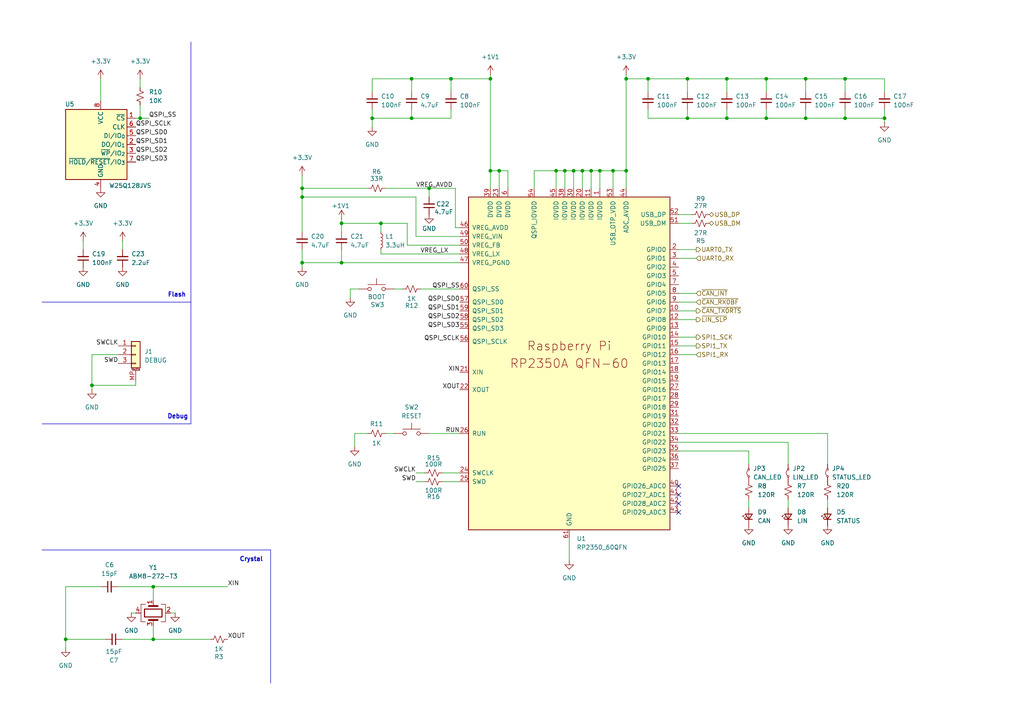
<source format=kicad_sch>
(kicad_sch (version 20250114) (generator "eeschema") (generator_version "9.0")
  (paper "A4")
  (title_block (title "LINBoard") (date "2025-07-11") (rev "V1") (company "Dingo Electronics") (comment 1 "Cory Grant"))
  (lib_symbols
    (symbol "Connector_Generic_MountingPin:Conn_01x03_MountingPin" (pin_names (offset 1.016) (hide yes))
      (property "Reference" "J" (at 0 5.08 0))
      (property "Value" "Conn_01x03_MountingPin" (at 1.27 -5.08 0))
      (symbol "Conn_01x03_MountingPin_1_1"
        (rectangle (start -1.27 3.81) (end 1.27 -3.81) (stroke (width 0.254)) (fill (type background)))
        (rectangle (start -1.27 2.667) (end 0 2.413) (stroke (width 0.1524)))
        (rectangle (start -1.27 0.127) (end 0 -0.127) (stroke (width 0.1524)))
        (rectangle (start -1.27 -2.413) (end 0 -2.667) (stroke (width 0.1524)))
        (polyline (pts (xy -1.016 -4.572) (xy 1.016 -4.572)) (stroke (width 0.1524)))
        (text "Mounting" (at 0 -4.191 0) (effects (font (size 0.381 0.381))))
        (pin passive line (at -5.08 2.54 0) (length 3.81) (name "Pin_1") (number "1"))
        (pin passive line (at -5.08 0 0) (length 3.81) (name "Pin_2") (number "2"))
        (pin passive line (at -5.08 -2.54 0) (length 3.81) (name "Pin_3") (number "3"))
        (pin passive line (at 0 -7.62 90) (length 3.048) (name "MountPin") (number "MP"))
      )
    )
    (symbol "Device:C_Small" (pin_numbers (hide yes)) (pin_names (offset 0.254) (hide yes))
      (property "Reference" "C" (at 0.254 1.778 0))
      (property "Value" "C_Small" (at 0.254 -2.032 0))
      (symbol "C_Small_0_1"
        (polyline (pts (xy -1.524 0.508) (xy 1.524 0.508)) (stroke (width 0.3048)))
        (polyline (pts (xy -1.524 -0.508) (xy 1.524 -0.508)) (stroke (width 0.3302)))
      )
      (symbol "C_Small_1_1"
        (pin passive line (at 0 2.54 270) (length 2.032) (name "~") (number "1"))
        (pin passive line (at 0 -2.54 90) (length 2.032) (name "~") (number "2"))
      )
    )
    (symbol "Device:Crystal_GND24" (pin_names (offset 1.016) (hide yes))
      (property "Reference" "Y" (at 3.175 5.08 0))
      (property "Value" "Crystal_GND24" (at 3.175 3.175 0))
      (symbol "Crystal_GND24_0_1"
        (polyline (pts (xy -2.54 2.286) (xy -2.54 3.556) (xy 2.54 3.556) (xy 2.54 2.286)))
        (polyline (pts (xy -2.54 0) (xy -2.032 0)))
        (polyline (pts (xy -2.54 -2.286) (xy -2.54 -3.556) (xy 2.54 -3.556) (xy 2.54 -2.286)))
        (polyline (pts (xy -2.032 -1.27) (xy -2.032 1.27)) (stroke (width 0.508)))
        (rectangle (start -1.143 2.54) (end 1.143 -2.54) (stroke (width 0.3048)))
        (polyline (pts (xy 0 3.556) (xy 0 3.81)))
        (polyline (pts (xy 0 -3.81) (xy 0 -3.556)))
        (polyline (pts (xy 2.032 0) (xy 2.54 0)))
        (polyline (pts (xy 2.032 -1.27) (xy 2.032 1.27)) (stroke (width 0.508)))
      )
      (symbol "Crystal_GND24_1_1"
        (pin passive line (at -3.81 0 0) (length 1.27) (name "1") (number "1"))
        (pin passive line (at 0 5.08 270) (length 1.27) (name "2") (number "2"))
        (pin passive line (at 0 -5.08 90) (length 1.27) (name "4") (number "4"))
        (pin passive line (at 3.81 0 180) (length 1.27) (name "3") (number "3"))
      )
    )
    (symbol "Device:LED_Small" (pin_numbers (hide yes)) (pin_names (offset 0.254) (hide yes))
      (property "Reference" "D" (at -1.27 3.175 0))
      (property "Value" "LED_Small" (at -4.445 -2.54 0))
      (symbol "LED_Small_0_1"
        (polyline (pts (xy -0.762 -1.016) (xy -0.762 1.016)) (stroke (width 0.254)))
        (polyline (pts (xy 0 0.762) (xy -0.508 1.27) (xy -0.254 1.27) (xy -0.508 1.27) (xy -0.508 1.016)))
        (polyline (pts (xy 0.508 1.27) (xy 0 1.778) (xy 0.254 1.778) (xy 0 1.778) (xy 0 1.524)))
        (polyline (pts (xy 0.762 -1.016) (xy -0.762 0) (xy 0.762 1.016) (xy 0.762 -1.016)) (stroke (width 0.254)))
        (polyline (pts (xy 1.016 0) (xy -0.762 0)))
      )
      (symbol "LED_Small_1_1"
        (pin passive line (at -2.54 0 0) (length 1.778) (name "K") (number "1"))
        (pin passive line (at 2.54 0 180) (length 1.778) (name "A") (number "2"))
      )
    )
    (symbol "Device:L_Small" (pin_numbers (hide yes)) (pin_names (offset 0.254) (hide yes))
      (property "Reference" "L" (at 0.762 1.016 0))
      (property "Value" "L_Small" (at 0.762 -1.016 0))
      (symbol "L_Small_0_1"
        (arc (start 0 2.032) (mid 0.5058 1.524) (end 0 1.016))
        (arc (start 0 1.016) (mid 0.5058 0.508) (end 0 0))
        (arc (start 0 0) (mid 0.5058 -0.508) (end 0 -1.016))
        (arc (start 0 -1.016) (mid 0.5058 -1.524) (end 0 -2.032))
      )
      (symbol "L_Small_1_1"
        (pin passive line (at 0 2.54 270) (length 0.508) (name "~") (number "1"))
        (pin passive line (at 0 -2.54 90) (length 0.508) (name "~") (number "2"))
      )
    )
    (symbol "Device:R_Small_US" (pin_numbers (hide yes)) (pin_names (offset 0.254) (hide yes))
      (property "Reference" "R" (at 0.762 0.508 0))
      (property "Value" "R_Small_US" (at 0.762 -1.016 0))
      (symbol "R_Small_US_1_1"
        (polyline (pts (xy 0 1.524) (xy 1.016 1.143) (xy 0 0.762) (xy -1.016 0.381) (xy 0 0)))
        (polyline (pts (xy 0 0) (xy 1.016 -0.381) (xy 0 -0.762) (xy -1.016 -1.143) (xy 0 -1.524)))
        (pin passive line (at 0 2.54 270) (length 1.016) (name "~") (number "1"))
        (pin passive line (at 0 -2.54 90) (length 1.016) (name "~") (number "2"))
      )
    )
    (symbol "Jumper:Jumper_2_Small_Bridged" (pin_numbers (hide yes)) (pin_names (offset 0) (hide yes))
      (property "Reference" "JP" (at 0 2.032 0))
      (property "Value" "Jumper_2_Small_Bridged" (at 0 -2.286 0))
      (symbol "Jumper_2_Small_Bridged_0_0"
        (circle (center -1.016 0) (radius 0.254))
        (circle (center 1.016 0) (radius 0.254))
      )
      (symbol "Jumper_2_Small_Bridged_0_1"
        (arc (start -0.762 0.254) (mid 0 0.5696) (end 0.762 0.254))
      )
      (symbol "Jumper_2_Small_Bridged_1_1"
        (pin passive line (at -2.54 0 0) (length 1.27) (name "A") (number "1"))
        (pin passive line (at 2.54 0 180) (length 1.27) (name "B") (number "2"))
      )
    )
    (symbol "Memory_Flash:W25Q128JVS"
      (property "Reference" "U" (at -6.35 11.43 0))
      (property "Value" "W25Q128JVS" (at 7.62 11.43 0))
      (symbol "W25Q128JVS_0_1"
        (rectangle (start -7.62 10.16) (end 10.16 -10.16) (stroke (width 0.254)) (fill (type background)))
      )
      (symbol "W25Q128JVS_1_1"
        (pin input line (at -10.16 7.62 0) (length 2.54) (name "~{CS}") (number "1"))
        (pin input line (at -10.16 5.08 0) (length 2.54) (name "CLK") (number "6"))
        (pin bidirectional line (at -10.16 2.54 0) (length 2.54) (name "DI/IO_{0}") (number "5"))
        (pin bidirectional line (at -10.16 0 0) (length 2.54) (name "DO/IO_{1}") (number "2"))
        (pin bidirectional line (at -10.16 -2.54 0) (length 2.54) (name "~{WP}/IO_{2}") (number "3"))
        (pin bidirectional line (at -10.16 -5.08 0) (length 2.54) (name "~{HOLD}/~{RESET}/IO_{3}") (number "7"))
        (pin power_in line (at 0 12.7 270) (length 2.54) (name "VCC") (number "8"))
        (pin power_in line (at 0 -12.7 90) (length 2.54) (name "GND") (number "4"))
      )
    )
    (symbol "RaspberryPi:RP2350_60QFN" (pin_names (offset 1.016))
      (property "Reference" "U1" (at 2.1941 -50.8 0))
      (property "Value" "RP2350_60QFN" (at 2.1941 -53.34 0))
      (symbol "RP2350_60QFN_0_0"
        (text "Raspberry Pi" (at 0 5.08 0) (effects (font (size 2.54 2.54))))
      )
      (symbol "RP2350_60QFN_0_1"
        (rectangle (start -29.21 48.26) (end 29.21 -48.26) (stroke (width 0.254)) (fill (type background)))
      )
      (symbol "RP2350_60QFN_1_0"
        (text "RP2350A QFN-60" (at 0 0 0) (effects (font (size 2.54 2.54))))
      )
      (symbol "RP2350_60QFN_1_1"
        (pin power_in line (at -31.75 39.37 0) (length 2.54) (name "VREG_AVDD") (number "46"))
        (pin power_in line (at -31.75 36.83 0) (length 2.54) (name "VREG_VIN") (number "49"))
        (pin input line (at -31.75 34.29 0) (length 2.54) (name "VREG_FB") (number "50"))
        (pin power_out line (at -31.75 31.75 0) (length 2.54) (name "VREG_LX") (number "48"))
        (pin power_in line (at -31.75 29.21 0) (length 2.54) (name "VREG_PGND") (number "47"))
        (pin bidirectional line (at -31.75 21.59 0) (length 2.54) (name "QSPI_SS") (number "60"))
        (pin bidirectional line (at -31.75 17.78 0) (length 2.54) (name "QSPI_SD0") (number "57"))
        (pin bidirectional line (at -31.75 15.24 0) (length 2.54) (name "QSPI_SD1") (number "59"))
        (pin bidirectional line (at -31.75 12.7 0) (length 2.54) (name "QSPI_SD2") (number "58"))
        (pin bidirectional line (at -31.75 10.16 0) (length 2.54) (name "QSPI_SD3") (number "55"))
        (pin output line (at -31.75 6.35 0) (length 2.54) (name "QSPI_SCLK") (number "56"))
        (pin input line (at -31.75 -2.54 0) (length 2.54) (name "XIN") (number "21"))
        (pin passive line (at -31.75 -7.62 0) (length 2.54) (name "XOUT") (number "22"))
        (pin input line (at -31.75 -20.32 0) (length 2.54) (name "RUN") (number "26"))
        (pin output line (at -31.75 -31.75 0) (length 2.54) (name "SWCLK") (number "24"))
        (pin bidirectional line (at -31.75 -34.29 0) (length 2.54) (name "SWD") (number "25"))
        (pin power_in line (at -22.86 50.8 270) (length 2.54) (name "DVDD") (number "39"))
        (pin power_in line (at -20.32 50.8 270) (length 2.54) (name "DVDD") (number "23"))
        (pin power_in line (at -17.78 50.8 270) (length 2.54) (name "DVDD") (number "6"))
        (pin power_in line (at -10.16 50.8 270) (length 2.54) (name "QSPI_IOVDD") (number "54"))
        (pin power_in line (at -3.81 50.8 270) (length 2.54) (name "IOVDD") (number "45"))
        (pin power_in line (at -1.27 50.8 270) (length 2.54) (name "IOVDD") (number "38"))
        (pin power_in line (at 0 -50.8 90) (length 2.54) (name "GND") (number "61"))
        (pin power_in line (at 1.27 50.8 270) (length 2.54) (name "IOVDD") (number "30"))
        (pin power_in line (at 3.81 50.8 270) (length 2.54) (name "IOVDD") (number "20"))
        (pin power_in line (at 6.35 50.8 270) (length 2.54) (name "IOVDD") (number "11"))
        (pin power_in line (at 8.89 50.8 270) (length 2.54) (name "IOVDD") (number "1"))
        (pin power_in line (at 12.7 50.8 270) (length 2.54) (name "USB_OTP_VDD") (number "53"))
        (pin power_in line (at 16.51 50.8 270) (length 2.54) (name "ADC_AVDD") (number "44"))
        (pin bidirectional line (at 31.75 43.18 180) (length 2.54) (name "USB_DP") (number "52"))
        (pin bidirectional line (at 31.75 40.64 180) (length 2.54) (name "USB_DM") (number "51"))
        (pin bidirectional line (at 31.75 33.02 180) (length 2.54) (name "GPIO0") (number "2"))
        (pin bidirectional line (at 31.75 30.48 180) (length 2.54) (name "GPIO1") (number "3"))
        (pin bidirectional line (at 31.75 27.94 180) (length 2.54) (name "GPIO2") (number "4"))
        (pin bidirectional line (at 31.75 25.4 180) (length 2.54) (name "GPIO3") (number "5"))
        (pin bidirectional line (at 31.75 22.86 180) (length 2.54) (name "GPIO4") (number "7"))
        (pin bidirectional line (at 31.75 20.32 180) (length 2.54) (name "GPIO5") (number "8"))
        (pin bidirectional line (at 31.75 17.78 180) (length 2.54) (name "GPIO6") (number "9"))
        (pin bidirectional line (at 31.75 15.24 180) (length 2.54) (name "GPIO7") (number "10"))
        (pin bidirectional line (at 31.75 12.7 180) (length 2.54) (name "GPIO8") (number "12"))
        (pin bidirectional line (at 31.75 10.16 180) (length 2.54) (name "GPIO9") (number "13"))
        (pin bidirectional line (at 31.75 7.62 180) (length 2.54) (name "GPIO10") (number "14"))
        (pin bidirectional line (at 31.75 5.08 180) (length 2.54) (name "GPIO11") (number "15"))
        (pin bidirectional line (at 31.75 2.54 180) (length 2.54) (name "GPIO12") (number "16"))
        (pin bidirectional line (at 31.75 0 180) (length 2.54) (name "GPIO13") (number "17"))
        (pin bidirectional line (at 31.75 -2.54 180) (length 2.54) (name "GPIO14") (number "18"))
        (pin bidirectional line (at 31.75 -5.08 180) (length 2.54) (name "GPIO15") (number "19"))
        (pin bidirectional line (at 31.75 -7.62 180) (length 2.54) (name "GPIO16") (number "27"))
        (pin bidirectional line (at 31.75 -10.16 180) (length 2.54) (name "GPIO17") (number "28"))
        (pin bidirectional line (at 31.75 -12.7 180) (length 2.54) (name "GPIO18") (number "29"))
        (pin bidirectional line (at 31.75 -15.24 180) (length 2.54) (name "GPIO19") (number "31"))
        (pin bidirectional line (at 31.75 -17.78 180) (length 2.54) (name "GPIO20") (number "32"))
        (pin bidirectional line (at 31.75 -20.32 180) (length 2.54) (name "GPIO21") (number "33"))
        (pin bidirectional line (at 31.75 -22.86 180) (length 2.54) (name "GPIO22") (number "34"))
        (pin bidirectional line (at 31.75 -25.4 180) (length 2.54) (name "GPIO23") (number "35"))
        (pin bidirectional line (at 31.75 -27.94 180) (length 2.54) (name "GPIO24") (number "36"))
        (pin bidirectional line (at 31.75 -30.48 180) (length 2.54) (name "GPIO25") (number "37"))
        (pin bidirectional line (at 31.75 -35.56 180) (length 2.54) (name "GPIO26_ADC0") (number "40"))
        (pin bidirectional line (at 31.75 -38.1 180) (length 2.54) (name "GPIO27_ADC1") (number "41"))
        (pin bidirectional line (at 31.75 -40.64 180) (length 2.54) (name "GPIO28_ADC2") (number "42"))
        (pin bidirectional line (at 31.75 -43.18 180) (length 2.54) (name "GPIO29_ADC3") (number "43"))
      )
    )
    (symbol "Switch:SW_Push" (pin_numbers (hide yes)) (pin_names (offset 1.016) (hide yes))
      (property "Reference" "SW" (at 1.27 2.54 0))
      (property "Value" "SW_Push" (at 0 -1.524 0))
      (symbol "SW_Push_0_1"
        (circle (center -2.032 0) (radius 0.508))
        (polyline (pts (xy 0 1.27) (xy 0 3.048)))
        (circle (center 2.032 0) (radius 0.508))
        (polyline (pts (xy 2.54 1.27) (xy -2.54 1.27)))
        (pin passive line (at -5.08 0 0) (length 2.54) (name "1") (number "1"))
        (pin passive line (at 5.08 0 180) (length 2.54) (name "2") (number "2"))
      )
    )
    (symbol "power:+1V1" (power) (pin_numbers (hide yes)) (pin_names (offset 0) (hide yes))
      (property "Value" "+1V1" (at 0 3.556 0))
      (symbol "+1V1_0_1"
        (polyline (pts (xy -0.762 1.27) (xy 0 2.54)))
        (polyline (pts (xy 0 2.54) (xy 0.762 1.27)))
        (polyline (pts (xy 0 0) (xy 0 2.54)))
      )
      (symbol "+1V1_1_1"
        (pin power_in line (at 0 0 90) (length 0) (name "~") (number "1"))
      )
    )
    (symbol "power:+3.3V" (power) (pin_numbers (hide yes)) (pin_names (offset 0) (hide yes))
      (property "Value" "+3.3V" (at 0 3.556 0))
      (symbol "+3.3V_0_1"
        (polyline (pts (xy -0.762 1.27) (xy 0 2.54)))
        (polyline (pts (xy 0 2.54) (xy 0.762 1.27)))
        (polyline (pts (xy 0 0) (xy 0 2.54)))
      )
      (symbol "+3.3V_1_1"
        (pin power_in line (at 0 0 90) (length 0) (name "~") (number "1"))
      )
    )
    (symbol "power:GND" (power) (pin_numbers (hide yes)) (pin_names (offset 0) (hide yes))
      (property "Value" "GND" (at 0 -3.81 0))
      (symbol "GND_0_1"
        (polyline (pts (xy 0 0) (xy 0 -1.27) (xy 1.27 -1.27) (xy 0 -2.54) (xy -1.27 -1.27) (xy 0 -1.27)))
      )
      (symbol "GND_1_1"
        (pin power_in line (at 0 0 270) (length 0) (name "~") (number "1"))
      )
    )
  )
  (text "Debug" (at 51.562 120.904 0) (effects (font (size 1.27 1.27) (thickness 0.254) (bold yes))))
  (text "Crystal" (at 72.898 162.306 0) (effects (font (size 1.27 1.27) (thickness 0.254) (bold yes))))
  (text "Flash" (at 51.308 85.598 0) (effects (font (size 1.27 1.27) (thickness 0.254) (bold yes))))
  (junction (at 173.99 49.53))
  (junction (at 99.06 76.2))
  (junction (at 107.95 34.29))
  (junction (at 110.49 64.77))
  (junction (at 144.78 49.53))
  (junction (at 142.24 22.86))
  (junction (at 119.38 34.29))
  (junction (at 44.45 170.18))
  (junction (at 130.81 22.86))
  (junction (at 163.83 49.53))
  (junction (at 245.11 22.86))
  (junction (at 87.63 57.15))
  (junction (at 222.25 22.86))
  (junction (at 181.61 22.86))
  (junction (at 245.11 34.29))
  (junction (at 99.06 64.77))
  (junction (at 222.25 34.29))
  (junction (at 26.67 111.76))
  (junction (at 168.91 49.53))
  (junction (at 177.8 49.53))
  (junction (at 44.45 185.42))
  (junction (at 166.37 49.53))
  (junction (at 210.82 22.86))
  (junction (at 256.54 34.29))
  (junction (at 40.64 34.29))
  (junction (at 87.63 76.2))
  (junction (at 161.29 49.53))
  (junction (at 142.24 49.53))
  (junction (at 171.45 49.53))
  (junction (at 210.82 34.29))
  (junction (at 19.05 185.42))
  (junction (at 233.68 22.86))
  (junction (at 187.96 22.86))
  (junction (at 119.38 22.86))
  (junction (at 181.61 49.53))
  (junction (at 87.63 54.61))
  (junction (at 124.46 54.61))
  (junction (at 199.39 34.29))
  (junction (at 233.68 34.29))
  (junction (at 199.39 22.86))
  (no_connect (at 196.85 143.51))
  (no_connect (at 196.85 148.59))
  (no_connect (at 196.85 146.05))
  (no_connect (at 196.85 140.97))
  (wire (pts (xy 142.24 54.61) (xy 142.24 49.53)))
  (wire (pts (xy 133.35 71.12) (xy 118.11 71.12)))
  (wire (pts (xy 119.38 34.29) (xy 130.81 34.29)))
  (wire (pts (xy 196.85 125.73) (xy 240.03 125.73)))
  (wire (pts (xy 163.83 49.53) (xy 163.83 54.61)))
  (wire (pts (xy 168.91 49.53) (xy 171.45 49.53)))
  (wire (pts (xy 119.38 22.86) (xy 119.38 26.67)))
  (wire (pts (xy 120.65 139.7) (xy 123.19 139.7)))
  (wire (pts (xy 196.85 64.77) (xy 200.66 64.77)))
  (wire (pts (xy 110.49 73.66) (xy 110.49 72.39)))
  (wire (pts (xy 142.24 22.86) (xy 142.24 49.53)))
  (wire (pts (xy 144.78 49.53) (xy 142.24 49.53)))
  (wire (pts (xy 173.99 49.53) (xy 173.99 54.61)))
  (wire (pts (xy 99.06 63.5) (xy 99.06 64.77)))
  (wire (pts (xy 110.49 64.77) (xy 99.06 64.77)))
  (wire (pts (xy 128.27 139.7) (xy 133.35 139.7)))
  (wire (pts (xy 99.06 64.77) (xy 99.06 67.31)))
  (wire (pts (xy 256.54 34.29) (xy 256.54 35.56)))
  (wire (pts (xy 171.45 49.53) (xy 171.45 54.61)))
  (wire (pts (xy 132.08 54.61) (xy 124.46 54.61)))
  (wire (pts (xy 128.27 137.16) (xy 133.35 137.16)))
  (wire (pts (xy 201.93 97.79) (xy 196.85 97.79)))
  (wire (pts (xy 187.96 22.86) (xy 199.39 22.86)))
  (wire (pts (xy 130.81 31.75) (xy 130.81 34.29)))
  (wire (pts (xy 222.25 34.29) (xy 233.68 34.29)))
  (wire (pts (xy 196.85 62.23) (xy 200.66 62.23)))
  (wire (pts (xy 114.3 83.82) (xy 116.84 83.82)))
  (wire (pts (xy 87.63 72.39) (xy 87.63 76.2)))
  (wire (pts (xy 144.78 49.53) (xy 144.78 54.61)))
  (wire (pts (xy 107.95 31.75) (xy 107.95 34.29)))
  (wire (pts (xy 199.39 31.75) (xy 199.39 34.29)))
  (wire (pts (xy 181.61 22.86) (xy 181.61 49.53)))
  (wire (pts (xy 256.54 22.86) (xy 256.54 26.67)))
  (wire (pts (xy 154.94 54.61) (xy 154.94 49.53)))
  (wire (pts (xy 222.25 22.86) (xy 222.25 26.67)))
  (wire (pts (xy 228.6 134.62) (xy 228.6 128.27)))
  (wire (pts (xy 201.93 92.71) (xy 196.85 92.71)))
  (wire (pts (xy 124.46 54.61) (xy 111.76 54.61)))
  (wire (pts (xy 173.99 49.53) (xy 177.8 49.53)))
  (polyline (pts (xy 55.372 87.63) (xy 55.372 122.936)))
  (wire (pts (xy 49.53 177.8) (xy 50.8 177.8)))
  (wire (pts (xy 245.11 34.29) (xy 256.54 34.29)))
  (wire (pts (xy 44.45 170.18) (xy 44.45 173.99)))
  (wire (pts (xy 181.61 54.61) (xy 181.61 49.53)))
  (wire (pts (xy 34.29 102.87) (xy 26.67 102.87)))
  (wire (pts (xy 133.35 66.04) (xy 132.08 66.04)))
  (wire (pts (xy 217.17 134.62) (xy 217.17 130.81)))
  (wire (pts (xy 201.93 100.33) (xy 196.85 100.33)))
  (wire (pts (xy 44.45 185.42) (xy 44.45 181.61)))
  (wire (pts (xy 181.61 21.59) (xy 181.61 22.86)))
  (polyline (pts (xy 12.192 122.936) (xy 55.372 122.936)))
  (wire (pts (xy 217.17 130.81) (xy 196.85 130.81)))
  (wire (pts (xy 163.83 49.53) (xy 166.37 49.53)))
  (wire (pts (xy 222.25 31.75) (xy 222.25 34.29)))
  (wire (pts (xy 44.45 185.42) (xy 60.96 185.42)))
  (wire (pts (xy 233.68 22.86) (xy 233.68 26.67)))
  (wire (pts (xy 245.11 22.86) (xy 256.54 22.86)))
  (polyline (pts (xy 78.486 159.512) (xy 78.486 198.12)))
  (wire (pts (xy 29.21 22.86) (xy 29.21 29.21)))
  (wire (pts (xy 199.39 34.29) (xy 210.82 34.29)))
  (wire (pts (xy 147.32 54.61) (xy 147.32 49.53)))
  (wire (pts (xy 199.39 22.86) (xy 199.39 26.67)))
  (wire (pts (xy 210.82 22.86) (xy 222.25 22.86)))
  (wire (pts (xy 102.87 125.73) (xy 102.87 129.54)))
  (wire (pts (xy 99.06 72.39) (xy 99.06 76.2)))
  (wire (pts (xy 121.92 83.82) (xy 133.35 83.82)))
  (wire (pts (xy 26.67 111.76) (xy 39.37 111.76)))
  (wire (pts (xy 107.95 22.86) (xy 107.95 26.67)))
  (wire (pts (xy 110.49 67.31) (xy 110.49 64.77)))
  (wire (pts (xy 166.37 49.53) (xy 166.37 54.61)))
  (wire (pts (xy 240.03 144.78) (xy 240.03 147.32)))
  (wire (pts (xy 187.96 34.29) (xy 199.39 34.29)))
  (wire (pts (xy 124.46 54.61) (xy 124.46 57.15)))
  (wire (pts (xy 245.11 31.75) (xy 245.11 34.29)))
  (wire (pts (xy 201.93 87.63) (xy 196.85 87.63)))
  (wire (pts (xy 44.45 170.18) (xy 66.04 170.18)))
  (polyline (pts (xy 12.192 87.63) (xy 55.372 87.63)))
  (wire (pts (xy 120.65 68.58) (xy 120.65 57.15)))
  (wire (pts (xy 233.68 31.75) (xy 233.68 34.29)))
  (wire (pts (xy 119.38 31.75) (xy 119.38 34.29)))
  (wire (pts (xy 132.08 66.04) (xy 132.08 54.61)))
  (wire (pts (xy 256.54 31.75) (xy 256.54 34.29)))
  (wire (pts (xy 38.1 177.8) (xy 39.37 177.8)))
  (wire (pts (xy 87.63 77.47) (xy 87.63 76.2)))
  (wire (pts (xy 87.63 50.8) (xy 87.63 54.61)))
  (wire (pts (xy 154.94 49.53) (xy 161.29 49.53)))
  (wire (pts (xy 87.63 57.15) (xy 87.63 67.31)))
  (wire (pts (xy 114.3 125.73) (xy 111.76 125.73)))
  (wire (pts (xy 87.63 76.2) (xy 99.06 76.2)))
  (wire (pts (xy 201.93 74.93) (xy 196.85 74.93)))
  (wire (pts (xy 118.11 64.77) (xy 110.49 64.77)))
  (wire (pts (xy 40.64 34.29) (xy 39.37 34.29)))
  (wire (pts (xy 165.1 156.21) (xy 165.1 162.56)))
  (wire (pts (xy 130.81 22.86) (xy 119.38 22.86)))
  (wire (pts (xy 34.29 170.18) (xy 44.45 170.18)))
  (wire (pts (xy 240.03 125.73) (xy 240.03 134.62)))
  (wire (pts (xy 201.93 102.87) (xy 196.85 102.87)))
  (wire (pts (xy 19.05 170.18) (xy 19.05 185.42)))
  (wire (pts (xy 177.8 49.53) (xy 177.8 54.61)))
  (wire (pts (xy 99.06 76.2) (xy 133.35 76.2)))
  (wire (pts (xy 29.21 170.18) (xy 19.05 170.18)))
  (wire (pts (xy 26.67 111.76) (xy 26.67 113.03)))
  (wire (pts (xy 130.81 26.67) (xy 130.81 22.86)))
  (wire (pts (xy 233.68 34.29) (xy 245.11 34.29)))
  (wire (pts (xy 142.24 22.86) (xy 130.81 22.86)))
  (wire (pts (xy 181.61 22.86) (xy 187.96 22.86)))
  (wire (pts (xy 187.96 26.67) (xy 187.96 22.86)))
  (wire (pts (xy 245.11 22.86) (xy 245.11 26.67)))
  (wire (pts (xy 118.11 71.12) (xy 118.11 64.77)))
  (wire (pts (xy 110.49 73.66) (xy 133.35 73.66)))
  (wire (pts (xy 120.65 57.15) (xy 87.63 57.15)))
  (wire (pts (xy 35.56 69.85) (xy 35.56 72.39)))
  (wire (pts (xy 201.93 90.17) (xy 196.85 90.17)))
  (wire (pts (xy 210.82 31.75) (xy 210.82 34.29)))
  (wire (pts (xy 24.13 69.85) (xy 24.13 72.39)))
  (wire (pts (xy 40.64 30.48) (xy 40.64 34.29)))
  (wire (pts (xy 40.64 22.86) (xy 40.64 25.4)))
  (wire (pts (xy 177.8 49.53) (xy 181.61 49.53)))
  (wire (pts (xy 210.82 34.29) (xy 222.25 34.29)))
  (wire (pts (xy 196.85 128.27) (xy 228.6 128.27)))
  (wire (pts (xy 119.38 22.86) (xy 107.95 22.86)))
  (wire (pts (xy 222.25 22.86) (xy 233.68 22.86)))
  (wire (pts (xy 147.32 49.53) (xy 144.78 49.53)))
  (wire (pts (xy 142.24 21.59) (xy 142.24 22.86)))
  (wire (pts (xy 107.95 36.83) (xy 107.95 34.29)))
  (wire (pts (xy 166.37 49.53) (xy 168.91 49.53)))
  (wire (pts (xy 228.6 144.78) (xy 228.6 147.32)))
  (wire (pts (xy 19.05 185.42) (xy 30.48 185.42)))
  (wire (pts (xy 161.29 49.53) (xy 161.29 54.61)))
  (wire (pts (xy 124.46 125.73) (xy 133.35 125.73)))
  (wire (pts (xy 168.91 49.53) (xy 168.91 54.61)))
  (wire (pts (xy 35.56 185.42) (xy 44.45 185.42)))
  (wire (pts (xy 107.95 34.29) (xy 119.38 34.29)))
  (wire (pts (xy 201.93 85.09) (xy 196.85 85.09)))
  (wire (pts (xy 87.63 54.61) (xy 106.68 54.61)))
  (wire (pts (xy 133.35 68.58) (xy 120.65 68.58)))
  (wire (pts (xy 101.6 83.82) (xy 104.14 83.82)))
  (wire (pts (xy 201.93 72.39) (xy 196.85 72.39)))
  (wire (pts (xy 171.45 49.53) (xy 173.99 49.53)))
  (wire (pts (xy 39.37 110.49) (xy 39.37 111.76)))
  (wire (pts (xy 101.6 86.36) (xy 101.6 83.82)))
  (polyline (pts (xy 12.192 159.512) (xy 78.486 159.512)))
  (wire (pts (xy 106.68 125.73) (xy 102.87 125.73)))
  (wire (pts (xy 199.39 22.86) (xy 210.82 22.86)))
  (wire (pts (xy 187.96 31.75) (xy 187.96 34.29)))
  (wire (pts (xy 210.82 22.86) (xy 210.82 26.67)))
  (polyline (pts (xy 55.372 12.192) (xy 55.372 87.63)))
  (wire (pts (xy 19.05 185.42) (xy 19.05 187.96)))
  (wire (pts (xy 87.63 54.61) (xy 87.63 57.15)))
  (wire (pts (xy 217.17 144.78) (xy 217.17 147.32)))
  (wire (pts (xy 161.29 49.53) (xy 163.83 49.53)))
  (wire (pts (xy 26.67 102.87) (xy 26.67 111.76)))
  (wire (pts (xy 120.65 137.16) (xy 123.19 137.16)))
  (wire (pts (xy 43.18 34.29) (xy 40.64 34.29)))
  (wire (pts (xy 233.68 22.86) (xy 245.11 22.86)))
  (label "QSPI_SD0" (at 39.37 39.37 0))
  (label "RUN" (at 133.35 125.73 180))
  (label "QSPI_SD0" (at 133.35 87.63 180))
  (label "QSPI_SD1" (at 133.35 90.17 180))
  (label "QSPI_SCLK" (at 39.37 36.83 0))
  (label "QSPI_SD2" (at 133.35 92.71 180))
  (label "QSPI_SS" (at 43.18 34.29 0))
  (label "QSPI_SCLK" (at 133.35 99.06 180))
  (label "XIN" (at 66.04 170.18 0))
  (label "QSPI_SS" (at 133.35 83.82 180))
  (label "QSPI_SD3" (at 39.37 46.99 0))
  (label "XOUT" (at 66.04 185.42 0))
  (label "XOUT" (at 133.35 113.03 180))
  (label "SWCLK" (at 34.29 100.33 180))
  (label "SWCLK" (at 120.65 137.16 180))
  (label "QSPI_SD1" (at 39.37 41.91 0))
  (label "VREG_LX" (at 121.92 73.66 0))
  (label "SWD" (at 120.65 139.7 180))
  (label "XIN" (at 133.35 107.95 180))
  (label "QSPI_SD3" (at 133.35 95.25 180))
  (label "SWD" (at 34.29 105.41 180))
  (label "QSPI_SD2" (at 39.37 44.45 0))
  (label "VREG_AVDD" (at 120.65 54.61 0))
  (hierarchical_label "~{LIN_SLP}" (shape output) (at 201.93 92.71 0))
  (hierarchical_label "USB_DP" (shape bidirectional) (at 205.74 62.23 0))
  (hierarchical_label "~{CAN_TX0RTS}" (shape output) (at 201.93 90.17 0))
  (hierarchical_label "SPI1_TX" (shape output) (at 201.93 100.33 0))
  (hierarchical_label "UART0_TX" (shape output) (at 201.93 72.39 0))
  (hierarchical_label "~{CAN_INT}" (shape input) (at 201.93 85.09 0))
  (hierarchical_label "SPI1_RX" (shape input) (at 201.93 102.87 0))
  (hierarchical_label "~{CAN_RX0BF}" (shape input) (at 201.93 87.63 0))
  (hierarchical_label "USB_DM" (shape bidirectional) (at 205.74 64.77 0))
  (hierarchical_label "SPI1_SCK" (shape output) (at 201.93 97.79 0))
  (hierarchical_label "UART0_RX" (shape input) (at 201.93 74.93 0))
  (symbol (lib_id "power:+1V1") (at 99.06 63.5 0) (unit 1)
    (property "Reference" "#PWR035" (effects (hide yes)))
    (property "Value" "+1V1" (at 98.806 59.69 0))
    (property "Description" "Power symbol creates a global label with name \"+1V1\"" (effects (hide yes)))
  )
  (symbol (lib_id "Device:R_Small_US") (at 109.22 125.73 270) (unit 1)
    (property "Reference" "R11" (at 109.22 122.936 90))
    (property "Value" "1K" (at 109.22 128.524 90))
    (property "Footprint" "Resistor_SMD:R_0402_1005Metric" (effects (hide yes)))
    (property "Description" "Resistor, small US symbol" (effects (hide yes)))
  )
  (symbol (lib_id "power:GND") (at 102.87 129.54 0) (unit 1)
    (property "Reference" "#PWR032" (effects (hide yes)))
    (property "Value" "GND" (at 102.87 134.62 0))
    (property "Description" "Power symbol creates a global label with name \"GND\" , ground" (effects (hide yes)))
  )
  (symbol (lib_id "power:GND") (at 29.21 54.61 0) (unit 1)
    (property "Reference" "#PWR09" (effects (hide yes)))
    (property "Value" "GND" (at 29.21 59.69 0))
    (property "Description" "Power symbol creates a global label with name \"GND\" , ground" (effects (hide yes)))
  )
  (symbol (lib_id "Device:R_Small_US") (at 40.64 27.94 0) (unit 1)
    (property "Reference" "R10" (at 43.18 26.6699 0) (effects (justify left)))
    (property "Value" "10K" (at 43.18 29.2099 0) (effects (justify left)))
    (property "Footprint" "Resistor_SMD:R_0402_1005Metric" (effects (hide yes)))
    (property "Description" "Resistor, small US symbol" (effects (hide yes)))
  )
  (symbol (lib_id "Device:R_Small_US") (at 203.2 62.23 270) (unit 1)
    (property "Reference" "R9" (at 203.2 57.658 90))
    (property "Value" "27R" (at 203.2 59.69 90))
    (property "Footprint" "Resistor_SMD:R_0402_1005Metric" (effects (hide yes)))
    (property "Description" "Resistor, small US symbol" (effects (hide yes)))
  )
  (symbol (lib_id "Device:C_Small") (at 256.54 29.21 180) (unit 1)
    (property "Reference" "C17" (at 259.08 27.9335 0) (effects (justify right)))
    (property "Value" "100nF" (at 259.08 30.4735 0) (effects (justify right)))
    (property "Footprint" "Capacitor_SMD:C_0402_1005Metric" (effects (hide yes)))
    (property "Description" "Unpolarized capacitor, small symbol" (effects (hide yes)))
  )
  (symbol (lib_id "Device:C_Small") (at 87.63 69.85 180) (unit 1)
    (property "Reference" "C20" (at 90.17 68.5735 0) (effects (justify right)))
    (property "Value" "4.7uF" (at 90.17 71.1135 0) (effects (justify right)))
    (property "Footprint" "RP2350_60QFN_minimal:C_0402_1005Metric_small_pads" (effects (hide yes)))
    (property "Description" "Unpolarized capacitor, small symbol" (effects (hide yes)))
  )
  (symbol (lib_id "Device:L_Small") (at 110.49 69.85 0) (unit 1)
    (property "Reference" "L1" (at 111.76 68.5799 0) (effects (justify left)))
    (property "Value" "3.3uH" (at 111.76 71.1199 0) (effects (justify left)))
    (property "Footprint" "RP2350_60QFN_minimal:L_pol_2016" (effects (hide yes)))
    (property "Description" "Inductor, small symbol" (effects (hide yes)))
  )
  (symbol (lib_id "Device:R_Small_US") (at 217.17 142.24 0) (unit 1)
    (property "Reference" "R8" (at 219.71 140.9699 0) (effects (justify left)))
    (property "Value" "120R" (at 219.71 143.5099 0) (effects (justify left)))
    (property "Footprint" "Resistor_SMD:R_0402_1005Metric" (effects (hide yes)))
    (property "Description" "Resistor, small US symbol" (effects (hide yes)))
  )
  (symbol (lib_id "Device:LED_Small") (at 228.6 149.86 90) (unit 1)
    (property "Reference" "D8" (at 231.14 148.5264 90) (effects (justify right)))
    (property "Value" "LIN" (at 231.14 151.0664 90) (effects (justify right)))
    (property "Footprint" "LED_SMD:LED_0603_1608Metric" (effects (hide yes)))
    (property "Description" "Light emitting diode, small symbol" (effects (hide yes)))
    (property "Sim.Pin" "1=K 2=A" (effects (hide yes)))
  )
  (symbol (lib_id "Device:R_Small_US") (at 125.73 137.16 270) (unit 1)
    (property "Reference" "R15" (at 125.73 132.842 90))
    (property "Value" "100R" (at 125.73 134.62 90))
    (property "Footprint" "Resistor_SMD:R_0402_1005Metric" (effects (hide yes)))
    (property "Description" "Resistor, small US symbol" (effects (hide yes)))
  )
  (symbol (lib_id "power:GND") (at 87.63 77.47 0) (unit 1)
    (property "Reference" "#PWR034" (effects (hide yes)))
    (property "Value" "GND" (at 87.63 82.55 0))
    (property "Description" "Power symbol creates a global label with name \"GND\" , ground" (effects (hide yes)))
  )
  (symbol (lib_id "Switch:SW_Push") (at 109.22 83.82 0) (unit 1)
    (property "Reference" "SW3" (at 109.474 88.392 0))
    (property "Value" "BOOT" (at 109.22 86.106 0))
    (property "Footprint" "Buttons:TS-1088-AR02016" (effects (hide yes)))
    (property "Description" "Push button switch, generic, two pins" (effects (hide yes)))
  )
  (symbol (lib_id "Device:C_Small") (at 35.56 74.93 180) (unit 1)
    (property "Reference" "C23" (at 38.1 73.6535 0) (effects (justify right)))
    (property "Value" "2.2uF" (at 38.1 76.1935 0) (effects (justify right)))
    (property "Footprint" "Capacitor_SMD:C_0402_1005Metric" (effects (hide yes)))
    (property "Description" "Unpolarized capacitor, small symbol" (effects (hide yes)))
  )
  (symbol (lib_id "Device:C_Small") (at 119.38 29.21 180) (unit 1)
    (property "Reference" "C9" (at 121.92 27.9335 0) (effects (justify right)))
    (property "Value" "4.7uF" (at 121.92 30.4735 0) (effects (justify right)))
    (property "Footprint" "Capacitor_SMD:C_0402_1005Metric" (effects (hide yes)))
    (property "Description" "Unpolarized capacitor, small symbol" (effects (hide yes)))
  )
  (symbol (lib_id "power:+3.3V") (at 87.63 50.8 0) (unit 1)
    (property "Reference" "#PWR036" (effects (hide yes)))
    (property "Value" "+3.3V" (at 87.63 45.72 0))
    (property "Description" "Power symbol creates a global label with name \"+3.3V\"" (effects (hide yes)))
  )
  (symbol (lib_id "power:GND") (at 240.03 152.4 0) (unit 1)
    (property "Reference" "#PWR044" (effects (hide yes)))
    (property "Value" "GND" (at 240.03 157.48 0))
    (property "Description" "Power symbol creates a global label with name \"GND\" , ground" (effects (hide yes)))
  )
  (symbol (lib_id "power:GND") (at 101.6 86.36 0) (unit 1)
    (property "Reference" "#PWR033" (effects (hide yes)))
    (property "Value" "GND" (at 101.6 91.44 0))
    (property "Description" "Power symbol creates a global label with name \"GND\" , ground" (effects (hide yes)))
  )
  (symbol (lib_id "power:+3.3V") (at 40.64 22.86 0) (unit 1)
    (property "Reference" "#PWR038" (effects (hide yes)))
    (property "Value" "+3.3V" (at 40.64 17.78 0))
    (property "Description" "Power symbol creates a global label with name \"+3.3V\"" (effects (hide yes)))
  )
  (symbol (lib_id "power:GND") (at 256.54 35.56 0) (unit 1)
    (property "Reference" "#PWR028" (effects (hide yes)))
    (property "Value" "GND" (at 256.54 40.64 0))
    (property "Description" "Power symbol creates a global label with name \"GND\" , ground" (effects (hide yes)))
  )
  (symbol (lib_id "power:GND") (at 228.6 152.4 0) (unit 1)
    (property "Reference" "#PWR026" (effects (hide yes)))
    (property "Value" "GND" (at 228.6 157.48 0))
    (property "Description" "Power symbol creates a global label with name \"GND\" , ground" (effects (hide yes)))
  )
  (symbol (lib_id "Device:C_Small") (at 233.68 29.21 180) (unit 1)
    (property "Reference" "C15" (at 236.22 27.9335 0) (effects (justify right)))
    (property "Value" "100nF" (at 236.22 30.4735 0) (effects (justify right)))
    (property "Footprint" "Capacitor_SMD:C_0402_1005Metric" (effects (hide yes)))
    (property "Description" "Unpolarized capacitor, small symbol" (effects (hide yes)))
  )
  (symbol (lib_id "Device:C_Small") (at 99.06 69.85 180) (unit 1)
    (property "Reference" "C21" (at 101.6 68.5735 0) (effects (justify right)))
    (property "Value" "4.7uF" (at 101.6 71.1135 0) (effects (justify right)))
    (property "Footprint" "RP2350_60QFN_minimal:C_0402_1005Metric_small_pads" (effects (hide yes)))
    (property "Description" "Unpolarized capacitor, small symbol" (effects (hide yes)))
  )
  (symbol (lib_id "power:GND") (at 24.13 77.47 0) (unit 1)
    (property "Reference" "#PWR031" (effects (hide yes)))
    (property "Value" "GND" (at 24.13 82.55 0))
    (property "Description" "Power symbol creates a global label with name \"GND\" , ground" (effects (hide yes)))
  )
  (symbol (lib_id "power:+1V1") (at 142.24 21.59 0) (unit 1)
    (property "Reference" "#PWR027" (effects (hide yes)))
    (property "Value" "+1V1" (at 142.24 16.51 0))
    (property "Description" "Power symbol creates a global label with name \"+1V1\"" (effects (hide yes)))
  )
  (symbol (lib_id "Jumper:Jumper_2_Small_Bridged") (at 240.03 137.16 90) (unit 1)
    (property "Reference" "JP4" (at 241.3 135.8899 90) (effects (justify right)))
    (property "Value" "STATUS_LED" (at 241.3 138.4299 90) (effects (justify right)))
    (property "Footprint" "Jumper:SolderJumper-2_P1.3mm_Bridged_RoundedPad1.0x1.5mm" (effects (hide yes)))
    (property "Description" "Jumper, 2-pole, small symbol, bridged" (effects (hide yes)))
  )
  (symbol (lib_id "Device:R_Small_US") (at 63.5 185.42 270) (unit 1)
    (property "Reference" "R3" (at 63.5 190.5 90))
    (property "Value" "1K" (at 63.5 188.214 90))
    (property "Footprint" "Resistor_SMD:R_0402_1005Metric" (effects (hide yes)))
    (property "Description" "Resistor, small US symbol" (effects (hide yes)))
  )
  (symbol (lib_id "Device:Crystal_GND24") (at 44.45 177.8 270) (unit 1)
    (property "Reference" "Y1" (at 44.45 164.592 90))
    (property "Value" "ABM8-272-T3" (at 44.45 167.132 90))
    (property "Footprint" "Crystal:Crystal_SMD_3225-4Pin_3.2x2.5mm" (effects (hide yes)))
    (property "Description" "Four pin crystal, GND on pins 2 and 4" (effects (hide yes)))
  )
  (symbol (lib_id "Device:C_Small") (at 33.02 185.42 270) (unit 1)
    (property "Reference" "C7" (at 33.02 191.516 90))
    (property "Value" "15pF" (at 33.02 188.976 90))
    (property "Footprint" "Capacitor_SMD:C_0402_1005Metric" (effects (hide yes)))
    (property "Description" "Unpolarized capacitor, small symbol" (effects (hide yes)))
  )
  (symbol (lib_id "Device:C_Small") (at 130.81 29.21 180) (unit 1)
    (property "Reference" "C8" (at 133.35 27.9335 0) (effects (justify right)))
    (property "Value" "100nF" (at 133.35 30.4735 0) (effects (justify right)))
    (property "Footprint" "Capacitor_SMD:C_0402_1005Metric" (effects (hide yes)))
    (property "Description" "Unpolarized capacitor, small symbol" (effects (hide yes)))
  )
  (symbol (lib_id "Jumper:Jumper_2_Small_Bridged") (at 217.17 137.16 90) (unit 1)
    (property "Reference" "JP3" (at 218.44 135.8899 90) (effects (justify right)))
    (property "Value" "CAN_LED" (at 218.44 138.4299 90) (effects (justify right)))
    (property "Footprint" "Jumper:SolderJumper-2_P1.3mm_Bridged_RoundedPad1.0x1.5mm" (effects (hide yes)))
    (property "Description" "Jumper, 2-pole, small symbol, bridged" (effects (hide yes)))
  )
  (symbol (lib_id "Device:R_Small_US") (at 228.6 142.24 0) (unit 1)
    (property "Reference" "R7" (at 231.14 140.9699 0) (effects (justify left)))
    (property "Value" "120R" (at 231.14 143.5099 0) (effects (justify left)))
    (property "Footprint" "Resistor_SMD:R_0402_1005Metric" (effects (hide yes)))
    (property "Description" "Resistor, small US symbol" (effects (hide yes)))
  )
  (symbol (lib_id "Device:LED_Small") (at 217.17 149.86 90) (unit 1)
    (property "Reference" "D9" (at 219.71 148.5264 90) (effects (justify right)))
    (property "Value" "CAN" (at 219.71 151.0664 90) (effects (justify right)))
    (property "Footprint" "LED_SMD:LED_0603_1608Metric" (effects (hide yes)))
    (property "Description" "Light emitting diode, small symbol" (effects (hide yes)))
    (property "Sim.Pin" "1=K 2=A" (effects (hide yes)))
  )
  (symbol (lib_id "power:GND") (at 107.95 36.83 0) (unit 1)
    (property "Reference" "#PWR017" (effects (hide yes)))
    (property "Value" "GND" (at 107.95 41.91 0))
    (property "Description" "Power symbol creates a global label with name \"GND\" , ground" (effects (hide yes)))
  )
  (symbol (lib_id "Device:C_Small") (at 199.39 29.21 180) (unit 1)
    (property "Reference" "C12" (at 201.93 27.9335 0) (effects (justify right)))
    (property "Value" "100nF" (at 201.93 30.4735 0) (effects (justify right)))
    (property "Footprint" "Capacitor_SMD:C_0402_1005Metric" (effects (hide yes)))
    (property "Description" "Unpolarized capacitor, small symbol" (effects (hide yes)))
  )
  (symbol (lib_id "Memory_Flash:W25Q128JVS") (at 29.21 41.91 0) (mirror y) (unit 1)
    (property "Reference" "U5" (at 21.59 30.226 0) (effects (justify left)))
    (property "Value" "W25Q128JVS" (at 43.942 53.848 0) (effects (justify left)))
    (property "Footprint" "Package_SO:SOIC-8_5.3x5.3mm_P1.27mm" (effects (hide yes)))
    (property "Datasheet" "https://www.winbond.com/resource-files/w25q128jv_dtr%20revc%2003272018%20plus.pdf" (effects (hide yes)))
    (property "Description" "128Mbit / 16MiB Serial Flash Memory, Standard/Dual/Quad SPI, 2.7-3.6V, SOIC-8" (effects (hide yes)))
  )
  (symbol (lib_id "Device:C_Small") (at 245.11 29.21 180) (unit 1)
    (property "Reference" "C16" (at 247.65 27.9335 0) (effects (justify right)))
    (property "Value" "100nF" (at 247.65 30.4735 0) (effects (justify right)))
    (property "Footprint" "Capacitor_SMD:C_0402_1005Metric" (effects (hide yes)))
    (property "Description" "Unpolarized capacitor, small symbol" (effects (hide yes)))
  )
  (symbol (lib_id "Device:R_Small_US") (at 125.73 139.7 90) (unit 1)
    (property "Reference" "R16" (at 125.73 144.018 90))
    (property "Value" "100R" (at 125.73 142.24 90))
    (property "Footprint" "Resistor_SMD:R_0402_1005Metric" (effects (hide yes)))
    (property "Description" "Resistor, small US symbol" (effects (hide yes)))
  )
  (symbol (lib_id "Connector_Generic_MountingPin:Conn_01x03_MountingPin") (at 39.37 102.87 0) (unit 1)
    (property "Reference" "J1" (at 41.91 101.9555 0) (effects (justify left)))
    (property "Value" "DEBUG" (at 41.91 104.4955 0) (effects (justify left)))
    (property "Footprint" "Connector_JST:JST_SH_SM03B-SRSS-TB_1x03-1MP_P1.00mm_Horizontal" (effects (hide yes)))
    (property "Description" "Generic connectable mounting pin connector, single row, 01x03, script generated (kicad-library-utils/schlib/autogen/connector/)" (effects (hide yes)))
  )
  (symbol (lib_id "Jumper:Jumper_2_Small_Bridged") (at 228.6 137.16 90) (unit 1)
    (property "Reference" "JP2" (at 229.87 135.8899 90) (effects (justify right)))
    (property "Value" "LIN_LED" (at 229.87 138.4299 90) (effects (justify right)))
    (property "Footprint" "Jumper:SolderJumper-2_P1.3mm_Bridged_RoundedPad1.0x1.5mm" (effects (hide yes)))
    (property "Description" "Jumper, 2-pole, small symbol, bridged" (effects (hide yes)))
  )
  (symbol (lib_id "Switch:SW_Push") (at 119.38 125.73 0) (unit 1)
    (property "Reference" "SW2" (at 119.38 118.11 0))
    (property "Value" "RESET" (at 119.38 120.65 0))
    (property "Footprint" "Buttons:TS-1088-AR02016" (effects (hide yes)))
    (property "Description" "Push button switch, generic, two pins" (effects (hide yes)))
  )
  (symbol (lib_id "power:GND") (at 165.1 162.56 0) (unit 1)
    (property "Reference" "#PWR016" (effects (hide yes)))
    (property "Value" "GND" (at 165.1 167.64 0))
    (property "Description" "Power symbol creates a global label with name \"GND\" , ground" (effects (hide yes)))
  )
  (symbol (lib_id "Device:C_Small") (at 187.96 29.21 180) (unit 1)
    (property "Reference" "C11" (at 190.5 27.9335 0) (effects (justify right)))
    (property "Value" "100nF" (at 190.5 30.4735 0) (effects (justify right)))
    (property "Footprint" "Capacitor_SMD:C_0402_1005Metric" (effects (hide yes)))
    (property "Description" "Unpolarized capacitor, small symbol" (effects (hide yes)))
  )
  (symbol (lib_id "power:GND") (at 26.67 113.03 0) (unit 1)
    (property "Reference" "#PWR029" (effects (hide yes)))
    (property "Value" "GND" (at 26.67 118.11 0))
    (property "Description" "Power symbol creates a global label with name \"GND\" , ground" (effects (hide yes)))
  )
  (symbol (lib_id "power:GND") (at 217.17 152.4 0) (unit 1)
    (property "Reference" "#PWR025" (effects (hide yes)))
    (property "Value" "GND" (at 217.17 157.48 0))
    (property "Description" "Power symbol creates a global label with name \"GND\" , ground" (effects (hide yes)))
  )
  (symbol (lib_id "Device:R_Small_US") (at 240.03 142.24 0) (unit 1)
    (property "Reference" "R20" (at 242.57 140.9699 0) (effects (justify left)))
    (property "Value" "120R" (at 242.57 143.5099 0) (effects (justify left)))
    (property "Footprint" "Resistor_SMD:R_0402_1005Metric" (effects (hide yes)))
    (property "Description" "Resistor, small US symbol" (effects (hide yes)))
  )
  (symbol (lib_id "Device:C_Small") (at 24.13 74.93 180) (unit 1)
    (property "Reference" "C19" (at 26.67 73.6535 0) (effects (justify right)))
    (property "Value" "100nF" (at 26.67 76.1935 0) (effects (justify right)))
    (property "Footprint" "Capacitor_SMD:C_0402_1005Metric" (effects (hide yes)))
    (property "Description" "Unpolarized capacitor, small symbol" (effects (hide yes)))
  )
  (symbol (lib_id "power:+3.3V") (at 24.13 69.85 0) (unit 1)
    (property "Reference" "#PWR039" (effects (hide yes)))
    (property "Value" "+3.3V" (at 24.13 64.77 0))
    (property "Description" "Power symbol creates a global label with name \"+3.3V\"" (effects (hide yes)))
  )
  (symbol (lib_id "Device:R_Small_US") (at 203.2 64.77 270) (unit 1)
    (property "Reference" "R5" (at 203.2 69.85 90))
    (property "Value" "27R" (at 203.2 67.564 90))
    (property "Footprint" "Resistor_SMD:R_0402_1005Metric" (effects (hide yes)))
    (property "Description" "Resistor, small US symbol" (effects (hide yes)))
  )
  (symbol (lib_id "Device:C_Small") (at 124.46 59.69 180) (unit 1)
    (property "Reference" "C22" (at 126.492 59.182 0) (effects (justify right)))
    (property "Value" "4.7uF" (at 125.984 61.468 0) (effects (justify right)))
    (property "Footprint" "Capacitor_SMD:C_0402_1005Metric" (effects (hide yes)))
    (property "Description" "Unpolarized capacitor, small symbol" (effects (hide yes)))
  )
  (symbol (lib_id "power:GND") (at 19.05 187.96 0) (unit 1)
    (property "Reference" "#PWR013" (effects (hide yes)))
    (property "Value" "GND" (at 19.05 193.04 0))
    (property "Description" "Power symbol creates a global label with name \"GND\" , ground" (effects (hide yes)))
  )
  (symbol (lib_id "Device:C_Small") (at 31.75 170.18 90) (unit 1)
    (property "Reference" "C6" (at 31.7563 163.83 90))
    (property "Value" "15pF" (at 31.7563 166.37 90))
    (property "Footprint" "Capacitor_SMD:C_0402_1005Metric" (effects (hide yes)))
    (property "Description" "Unpolarized capacitor, small symbol" (effects (hide yes)))
  )
  (symbol (lib_id "Device:C_Small") (at 222.25 29.21 180) (unit 1)
    (property "Reference" "C14" (at 224.79 27.9335 0) (effects (justify right)))
    (property "Value" "100nF" (at 224.79 30.4735 0) (effects (justify right)))
    (property "Footprint" "Capacitor_SMD:C_0402_1005Metric" (effects (hide yes)))
    (property "Description" "Unpolarized capacitor, small symbol" (effects (hide yes)))
  )
  (symbol (lib_id "Device:LED_Small") (at 240.03 149.86 90) (unit 1)
    (property "Reference" "D5" (at 242.57 148.5264 90) (effects (justify right)))
    (property "Value" "STATUS" (at 242.57 151.0664 90) (effects (justify right)))
    (property "Footprint" "LED_SMD:LED_0603_1608Metric" (effects (hide yes)))
    (property "Description" "Light emitting diode, small symbol" (effects (hide yes)))
    (property "Sim.Pin" "1=K 2=A" (effects (hide yes)))
  )
  (symbol (lib_id "power:+3.3V") (at 35.56 69.85 0) (unit 1)
    (property "Reference" "#PWR040" (effects (hide yes)))
    (property "Value" "+3.3V" (at 35.56 64.77 0))
    (property "Description" "Power symbol creates a global label with name \"+3.3V\"" (effects (hide yes)))
  )
  (symbol (lib_id "Device:C_Small") (at 210.82 29.21 180) (unit 1)
    (property "Reference" "C13" (at 213.36 27.9335 0) (effects (justify right)))
    (property "Value" "100nF" (at 213.36 30.4735 0) (effects (justify right)))
    (property "Footprint" "Capacitor_SMD:C_0402_1005Metric" (effects (hide yes)))
    (property "Description" "Unpolarized capacitor, small symbol" (effects (hide yes)))
  )
  (symbol (lib_id "power:GND") (at 50.8 177.8 0) (unit 1)
    (property "Reference" "#PWR015" (effects (hide yes)))
    (property "Value" "GND" (at 50.8 182.88 0))
    (property "Description" "Power symbol creates a global label with name \"GND\" , ground" (effects (hide yes)))
  )
  (symbol (lib_id "Device:C_Small") (at 107.95 29.21 180) (unit 1)
    (property "Reference" "C10" (at 110.49 27.9335 0) (effects (justify right)))
    (property "Value" "100nF" (at 110.49 30.4735 0) (effects (justify right)))
    (property "Footprint" "Capacitor_SMD:C_0402_1005Metric" (effects (hide yes)))
    (property "Description" "Unpolarized capacitor, small symbol" (effects (hide yes)))
  )
  (symbol (lib_id "Device:R_Small_US") (at 109.22 54.61 90) (unit 1)
    (property "Reference" "R6" (at 109.22 49.784 90))
    (property "Value" "33R" (at 109.22 51.816 90))
    (property "Footprint" "Resistor_SMD:R_0402_1005Metric" (effects (hide yes)))
    (property "Description" "Resistor, small US symbol" (effects (hide yes)))
  )
  (symbol (lib_id "power:+3.3V") (at 29.21 22.86 0) (unit 1)
    (property "Reference" "#PWR030" (effects (hide yes)))
    (property "Value" "+3.3V" (at 29.21 17.78 0))
    (property "Description" "Power symbol creates a global label with name \"+3.3V\"" (effects (hide yes)))
  )
  (symbol (lib_id "power:+3.3V") (at 181.61 21.59 0) (unit 1)
    (property "Reference" "#PWR08" (effects (hide yes)))
    (property "Value" "+3.3V" (at 181.61 16.51 0))
    (property "Description" "Power symbol creates a global label with name \"+3.3V\"" (effects (hide yes)))
  )
  (symbol (lib_id "power:GND") (at 38.1 177.8 0) (unit 1)
    (property "Reference" "#PWR014" (effects (hide yes)))
    (property "Value" "GND" (at 38.1 182.88 0))
    (property "Description" "Power symbol creates a global label with name \"GND\" , ground" (effects (hide yes)))
  )
  (symbol (lib_id "RaspberryPi:RP2350_60QFN") (at 165.1 105.41 0) (unit 1)
    (property "Reference" "U1" (at 167.2433 156.21 0) (effects (justify left)))
    (property "Value" "RP2350_60QFN" (at 167.2433 158.75 0) (effects (justify left)))
    (property "Footprint" "RP2350_60QFN_minimal:RP2350-QFN-60-1EP_7x7_P0.4mm_EP3.4x3.4mm_ThermalVias" (effects (hide yes)))
  )
  (symbol (lib_id "power:GND") (at 124.46 62.23 0) (unit 1)
    (property "Reference" "#PWR037" (effects (hide yes)))
    (property "Value" "GND" (at 124.46 66.294 0))
    (property "Description" "Power symbol creates a global label with name \"GND\" , ground" (effects (hide yes)))
  )
  (symbol (lib_id "Device:R_Small_US") (at 119.38 83.82 270) (unit 1)
    (property "Reference" "R12" (at 119.38 88.646 90))
    (property "Value" "1K" (at 119.38 86.614 90))
    (property "Footprint" "Resistor_SMD:R_0402_1005Metric" (effects (hide yes)))
    (property "Description" "Resistor, small US symbol" (effects (hide yes)))
  )
  (symbol (lib_id "power:GND") (at 35.56 77.47 0) (unit 1)
    (property "Reference" "#PWR041" (effects (hide yes)))
    (property "Value" "GND" (at 35.56 82.55 0))
    (property "Description" "Power symbol creates a global label with name \"GND\" , ground" (effects (hide yes)))
  )
)
</source>
